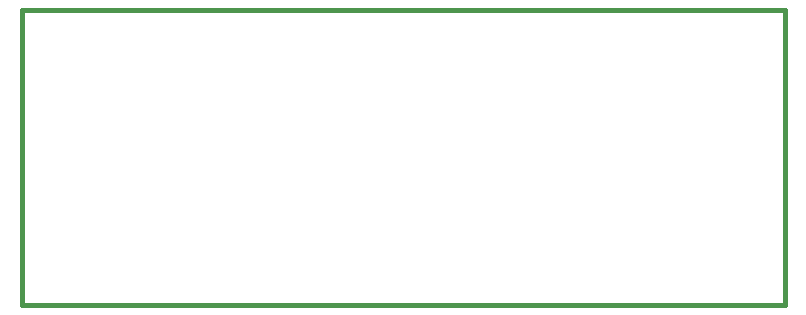
<source format=gko>
G04 Layer_Color=16711935*
%FSLAX24Y24*%
%MOIN*%
G70*
G01*
G75*
%ADD42C,0.0157*%
D42*
X1100Y9850D02*
X1250D01*
X0D02*
X1100D01*
X25450D01*
Y0D02*
Y9850D01*
X7200Y0D02*
X25450D01*
X0D02*
Y9850D01*
Y0D02*
X7200D01*
M02*

</source>
